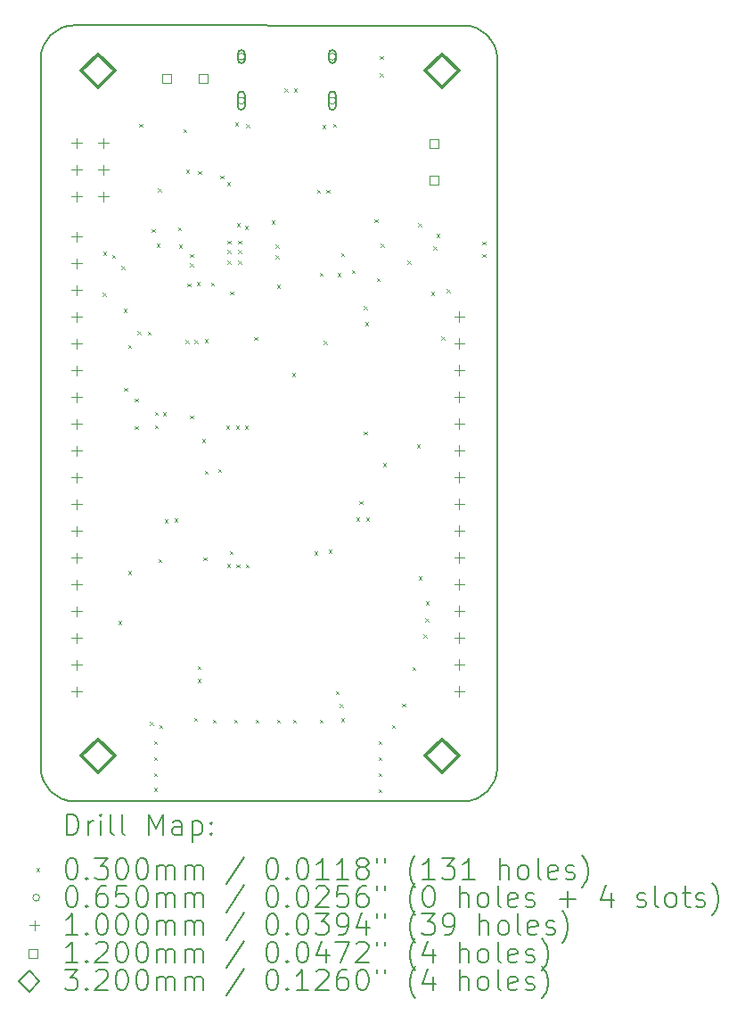
<source format=gbr>
%TF.GenerationSoftware,KiCad,Pcbnew,(6.0.7)*%
%TF.CreationDate,2022-10-20T15:16:30+05:30*%
%TF.ProjectId,lornode,6c6f726e-6f64-4652-9e6b-696361645f70,rev?*%
%TF.SameCoordinates,Original*%
%TF.FileFunction,Drillmap*%
%TF.FilePolarity,Positive*%
%FSLAX45Y45*%
G04 Gerber Fmt 4.5, Leading zero omitted, Abs format (unit mm)*
G04 Created by KiCad (PCBNEW (6.0.7)) date 2022-10-20 15:16:30*
%MOMM*%
%LPD*%
G01*
G04 APERTURE LIST*
%ADD10C,0.200000*%
%ADD11C,0.030000*%
%ADD12C,0.065000*%
%ADD13C,0.100000*%
%ADD14C,0.120000*%
%ADD15C,0.320000*%
G04 APERTURE END LIST*
D10*
X15430500Y-4572000D02*
G75*
G03*
X15113000Y-4889500I0J-317500D01*
G01*
X15430500Y-4572000D02*
X19132834Y-4572986D01*
X15113986Y-11619514D02*
X15113000Y-4889500D01*
X15113986Y-11619514D02*
G75*
G03*
X15431486Y-11937014I317504J4D01*
G01*
X19450334Y-4890486D02*
G75*
G03*
X19132834Y-4572986I-317504J-4D01*
G01*
X19132834Y-11937014D02*
X15431486Y-11937014D01*
X19132834Y-11937014D02*
G75*
G03*
X19450334Y-11619514I-4J317504D01*
G01*
X19450334Y-4890486D02*
X19450334Y-11619514D01*
D11*
X15702520Y-7112240D02*
X15732520Y-7142240D01*
X15732520Y-7112240D02*
X15702520Y-7142240D01*
X15705988Y-6722692D02*
X15735988Y-6752692D01*
X15735988Y-6722692D02*
X15705988Y-6752692D01*
X15788880Y-6751560D02*
X15818880Y-6781560D01*
X15818880Y-6751560D02*
X15788880Y-6781560D01*
X15849840Y-10226280D02*
X15879840Y-10256280D01*
X15879840Y-10226280D02*
X15849840Y-10256280D01*
X15880320Y-6858240D02*
X15910320Y-6888240D01*
X15910320Y-6858240D02*
X15880320Y-6888240D01*
X15900640Y-7264640D02*
X15930640Y-7294640D01*
X15930640Y-7264640D02*
X15900640Y-7294640D01*
X15905720Y-8011400D02*
X15935720Y-8041400D01*
X15935720Y-8011400D02*
X15905720Y-8041400D01*
X15941280Y-7605000D02*
X15971280Y-7635000D01*
X15971280Y-7605000D02*
X15941280Y-7635000D01*
X15941280Y-9753840D02*
X15971280Y-9783840D01*
X15971280Y-9753840D02*
X15941280Y-9783840D01*
X16007320Y-8113000D02*
X16037320Y-8143000D01*
X16037320Y-8113000D02*
X16007320Y-8143000D01*
X16007320Y-8377160D02*
X16037320Y-8407160D01*
X16037320Y-8377160D02*
X16007320Y-8407160D01*
X16032720Y-7472920D02*
X16062720Y-7502920D01*
X16062720Y-7472920D02*
X16032720Y-7502920D01*
X16047960Y-5506960D02*
X16077960Y-5536960D01*
X16077960Y-5506960D02*
X16047960Y-5536960D01*
X16129240Y-7478000D02*
X16159240Y-7508000D01*
X16159240Y-7478000D02*
X16129240Y-7508000D01*
X16149560Y-11181320D02*
X16179560Y-11211320D01*
X16179560Y-11181320D02*
X16149560Y-11211320D01*
X16168348Y-6504693D02*
X16198348Y-6534693D01*
X16198348Y-6504693D02*
X16168348Y-6534693D01*
X16189864Y-11811029D02*
X16219864Y-11841029D01*
X16219864Y-11811029D02*
X16189864Y-11841029D01*
X16190200Y-11364200D02*
X16220200Y-11394200D01*
X16220200Y-11364200D02*
X16190200Y-11394200D01*
X16190200Y-11516600D02*
X16220200Y-11546600D01*
X16220200Y-11516600D02*
X16190200Y-11546600D01*
X16190200Y-11669000D02*
X16220200Y-11699000D01*
X16220200Y-11669000D02*
X16190200Y-11699000D01*
X16195280Y-8240000D02*
X16225280Y-8270000D01*
X16225280Y-8240000D02*
X16195280Y-8270000D01*
X16195280Y-8367000D02*
X16225280Y-8397000D01*
X16225280Y-8367000D02*
X16195280Y-8397000D01*
X16215600Y-6644880D02*
X16245600Y-6674880D01*
X16245600Y-6644880D02*
X16215600Y-6674880D01*
X16228300Y-6119100D02*
X16258300Y-6149100D01*
X16258300Y-6119100D02*
X16228300Y-6149100D01*
X16230840Y-9637000D02*
X16260840Y-9667000D01*
X16260840Y-9637000D02*
X16230840Y-9667000D01*
X16241000Y-11211800D02*
X16271000Y-11241800D01*
X16271000Y-11211800D02*
X16241000Y-11241800D01*
X16275027Y-8245696D02*
X16305027Y-8275696D01*
X16305027Y-8245696D02*
X16275027Y-8275696D01*
X16291800Y-9261080D02*
X16321800Y-9291080D01*
X16321800Y-9261080D02*
X16291800Y-9291080D01*
X16383240Y-9250920D02*
X16413240Y-9280920D01*
X16413240Y-9250920D02*
X16383240Y-9280920D01*
X16418800Y-6487400D02*
X16448800Y-6517400D01*
X16448800Y-6487400D02*
X16418800Y-6517400D01*
X16424567Y-6651797D02*
X16454567Y-6681797D01*
X16454567Y-6651797D02*
X16424567Y-6681797D01*
X16469600Y-5557760D02*
X16499600Y-5587760D01*
X16499600Y-5557760D02*
X16469600Y-5587760D01*
X16489920Y-7559280D02*
X16519920Y-7589280D01*
X16519920Y-7559280D02*
X16489920Y-7589280D01*
X16495000Y-5941300D02*
X16525000Y-5971300D01*
X16525000Y-5941300D02*
X16495000Y-5971300D01*
X16507700Y-7020800D02*
X16537700Y-7050800D01*
X16537700Y-7020800D02*
X16507700Y-7050800D01*
X16530560Y-8275560D02*
X16560560Y-8305560D01*
X16560560Y-8275560D02*
X16530560Y-8305560D01*
X16533100Y-6741400D02*
X16563100Y-6771400D01*
X16563100Y-6741400D02*
X16533100Y-6771400D01*
X16533100Y-6830300D02*
X16563100Y-6860300D01*
X16563100Y-6830300D02*
X16533100Y-6860300D01*
X16571200Y-11145760D02*
X16601200Y-11175760D01*
X16601200Y-11145760D02*
X16571200Y-11175760D01*
X16575626Y-7558291D02*
X16605626Y-7588291D01*
X16605626Y-7558291D02*
X16575626Y-7588291D01*
X16596746Y-7008079D02*
X16626746Y-7038079D01*
X16626746Y-7008079D02*
X16596746Y-7038079D01*
X16601680Y-10653000D02*
X16631680Y-10683000D01*
X16631680Y-10653000D02*
X16601680Y-10683000D01*
X16601680Y-10774920D02*
X16631680Y-10804920D01*
X16631680Y-10774920D02*
X16601680Y-10804920D01*
X16609300Y-5954000D02*
X16639300Y-5984000D01*
X16639300Y-5954000D02*
X16609300Y-5984000D01*
X16647400Y-8499080D02*
X16677400Y-8529080D01*
X16677400Y-8499080D02*
X16647400Y-8529080D01*
X16658520Y-9622720D02*
X16688520Y-9652720D01*
X16688520Y-9622720D02*
X16658520Y-9652720D01*
X16672800Y-7549120D02*
X16702800Y-7579120D01*
X16702800Y-7549120D02*
X16672800Y-7579120D01*
X16672800Y-8798800D02*
X16702800Y-8828800D01*
X16702800Y-8798800D02*
X16672800Y-8828800D01*
X16728894Y-7013647D02*
X16758894Y-7043647D01*
X16758894Y-7013647D02*
X16728894Y-7043647D01*
X16749000Y-11161000D02*
X16779000Y-11191000D01*
X16779000Y-11161000D02*
X16749000Y-11191000D01*
X16799800Y-8783560D02*
X16829800Y-8813560D01*
X16829800Y-8783560D02*
X16799800Y-8813560D01*
X16818780Y-5998380D02*
X16848780Y-6028380D01*
X16848780Y-5998380D02*
X16818780Y-6028380D01*
X16876000Y-8372080D02*
X16906000Y-8402080D01*
X16906000Y-8372080D02*
X16876000Y-8402080D01*
X16881080Y-9682720D02*
X16911080Y-9712720D01*
X16911080Y-9682720D02*
X16881080Y-9712720D01*
X16882420Y-6062020D02*
X16912420Y-6092020D01*
X16912420Y-6062020D02*
X16882420Y-6092020D01*
X16888700Y-6614400D02*
X16918700Y-6644400D01*
X16918700Y-6614400D02*
X16888700Y-6644400D01*
X16888700Y-6703300D02*
X16918700Y-6733300D01*
X16918700Y-6703300D02*
X16888700Y-6733300D01*
X16888700Y-6804900D02*
X16918700Y-6834900D01*
X16918700Y-6804900D02*
X16888700Y-6834900D01*
X16906480Y-9560800D02*
X16936480Y-9590800D01*
X16936480Y-9560800D02*
X16906480Y-9590800D01*
X16914100Y-7097000D02*
X16944100Y-7127000D01*
X16944100Y-7097000D02*
X16914100Y-7127000D01*
X16952200Y-11161000D02*
X16982200Y-11191000D01*
X16982200Y-11161000D02*
X16952200Y-11191000D01*
X16957280Y-5491720D02*
X16987280Y-5521720D01*
X16987280Y-5491720D02*
X16957280Y-5521720D01*
X16967440Y-8372080D02*
X16997440Y-8402080D01*
X16997440Y-8372080D02*
X16967440Y-8402080D01*
X16972520Y-9687800D02*
X17002520Y-9717800D01*
X17002520Y-9687800D02*
X16972520Y-9717800D01*
X16977600Y-6449300D02*
X17007600Y-6479300D01*
X17007600Y-6449300D02*
X16977600Y-6479300D01*
X16990300Y-6614400D02*
X17020300Y-6644400D01*
X17020300Y-6614400D02*
X16990300Y-6644400D01*
X16990300Y-6703300D02*
X17020300Y-6733300D01*
X17020300Y-6703300D02*
X16990300Y-6733300D01*
X16990300Y-6804900D02*
X17020300Y-6834900D01*
X17020300Y-6804900D02*
X16990300Y-6834900D01*
X17053800Y-6474700D02*
X17083800Y-6504700D01*
X17083800Y-6474700D02*
X17053800Y-6504700D01*
X17053800Y-8372080D02*
X17083800Y-8402080D01*
X17083800Y-8372080D02*
X17053800Y-8402080D01*
X17058880Y-9687800D02*
X17088880Y-9717800D01*
X17088880Y-9687800D02*
X17058880Y-9717800D01*
X17063960Y-5512040D02*
X17093960Y-5542040D01*
X17093960Y-5512040D02*
X17063960Y-5542040D01*
X17140160Y-7528800D02*
X17170160Y-7558800D01*
X17170160Y-7528800D02*
X17140160Y-7558800D01*
X17155400Y-11161000D02*
X17185400Y-11191000D01*
X17185400Y-11161000D02*
X17155400Y-11191000D01*
X17307800Y-6423900D02*
X17337800Y-6453900D01*
X17337800Y-6423900D02*
X17307800Y-6453900D01*
X17345900Y-6652500D02*
X17375900Y-6682500D01*
X17375900Y-6652500D02*
X17345900Y-6682500D01*
X17345900Y-6754100D02*
X17375900Y-6784100D01*
X17375900Y-6754100D02*
X17345900Y-6784100D01*
X17358600Y-7033500D02*
X17388600Y-7063500D01*
X17388600Y-7033500D02*
X17358600Y-7063500D01*
X17358600Y-11161000D02*
X17388600Y-11191000D01*
X17388600Y-11161000D02*
X17358600Y-11191000D01*
X17429697Y-5170327D02*
X17459697Y-5200327D01*
X17459697Y-5170327D02*
X17429697Y-5200327D01*
X17500840Y-7874240D02*
X17530840Y-7904240D01*
X17530840Y-7874240D02*
X17500840Y-7904240D01*
X17511000Y-11161000D02*
X17541000Y-11191000D01*
X17541000Y-11161000D02*
X17511000Y-11191000D01*
X17519697Y-5170327D02*
X17549697Y-5200327D01*
X17549697Y-5170327D02*
X17519697Y-5200327D01*
X17714200Y-9565880D02*
X17744200Y-9595880D01*
X17744200Y-9565880D02*
X17714200Y-9595880D01*
X17739600Y-6131800D02*
X17769600Y-6161800D01*
X17769600Y-6131800D02*
X17739600Y-6161800D01*
X17765000Y-6919200D02*
X17795000Y-6949200D01*
X17795000Y-6919200D02*
X17765000Y-6949200D01*
X17765000Y-11161000D02*
X17795000Y-11191000D01*
X17795000Y-11161000D02*
X17765000Y-11191000D01*
X17790400Y-5517120D02*
X17820400Y-5547120D01*
X17820400Y-5517120D02*
X17790400Y-5547120D01*
X17800560Y-7569440D02*
X17830560Y-7599440D01*
X17830560Y-7569440D02*
X17800560Y-7599440D01*
X17828500Y-6131800D02*
X17858500Y-6161800D01*
X17858500Y-6131800D02*
X17828500Y-6161800D01*
X17846280Y-9550640D02*
X17876280Y-9580640D01*
X17876280Y-9550640D02*
X17846280Y-9580640D01*
X17892000Y-5506960D02*
X17922000Y-5536960D01*
X17922000Y-5506960D02*
X17892000Y-5536960D01*
X17917400Y-10891760D02*
X17947400Y-10921760D01*
X17947400Y-10891760D02*
X17917400Y-10921760D01*
X17932640Y-6924280D02*
X17962640Y-6954280D01*
X17962640Y-6924280D02*
X17932640Y-6954280D01*
X17952960Y-11013680D02*
X17982960Y-11043680D01*
X17982960Y-11013680D02*
X17952960Y-11043680D01*
X17968200Y-6735300D02*
X17998200Y-6765300D01*
X17998200Y-6735300D02*
X17968200Y-6765300D01*
X17968200Y-11150840D02*
X17998200Y-11180840D01*
X17998200Y-11150840D02*
X17968200Y-11180840D01*
X18069800Y-6893800D02*
X18099800Y-6923800D01*
X18099800Y-6893800D02*
X18069800Y-6923800D01*
X18110440Y-9245840D02*
X18140440Y-9275840D01*
X18140440Y-9245840D02*
X18110440Y-9275840D01*
X18140920Y-9088360D02*
X18170920Y-9118360D01*
X18170920Y-9088360D02*
X18140920Y-9118360D01*
X18181560Y-8427960D02*
X18211560Y-8457960D01*
X18211560Y-8427960D02*
X18181560Y-8457960D01*
X18184100Y-7236700D02*
X18214100Y-7266700D01*
X18214100Y-7236700D02*
X18184100Y-7266700D01*
X18196800Y-7389100D02*
X18226800Y-7419100D01*
X18226800Y-7389100D02*
X18196800Y-7419100D01*
X18201880Y-9245840D02*
X18231880Y-9275840D01*
X18231880Y-9245840D02*
X18201880Y-9275840D01*
X18285700Y-6411200D02*
X18315700Y-6441200D01*
X18315700Y-6411200D02*
X18285700Y-6441200D01*
X18304227Y-6969306D02*
X18334227Y-6999306D01*
X18334227Y-6969306D02*
X18304227Y-6999306D01*
X18323800Y-11364200D02*
X18353800Y-11394200D01*
X18353800Y-11364200D02*
X18323800Y-11394200D01*
X18323800Y-11516600D02*
X18353800Y-11546600D01*
X18353800Y-11516600D02*
X18323800Y-11546600D01*
X18323800Y-11669000D02*
X18353800Y-11699000D01*
X18353800Y-11669000D02*
X18323800Y-11699000D01*
X18323800Y-11821400D02*
X18353800Y-11851400D01*
X18353800Y-11821400D02*
X18323800Y-11851400D01*
X18336500Y-4861800D02*
X18366500Y-4891800D01*
X18366500Y-4861800D02*
X18336500Y-4891800D01*
X18336500Y-5026900D02*
X18366500Y-5056900D01*
X18366500Y-5026900D02*
X18336500Y-5056900D01*
X18344120Y-6644880D02*
X18374120Y-6674880D01*
X18374120Y-6644880D02*
X18344120Y-6674880D01*
X18364440Y-8727680D02*
X18394440Y-8757680D01*
X18394440Y-8727680D02*
X18364440Y-8757680D01*
X18450800Y-11211800D02*
X18480800Y-11241800D01*
X18480800Y-11211800D02*
X18450800Y-11241800D01*
X18547320Y-11008600D02*
X18577320Y-11038600D01*
X18577320Y-11008600D02*
X18547320Y-11038600D01*
X18598120Y-6807440D02*
X18628120Y-6837440D01*
X18628120Y-6807440D02*
X18598120Y-6837440D01*
X18643840Y-10663160D02*
X18673840Y-10693160D01*
X18673840Y-10663160D02*
X18643840Y-10693160D01*
X18684480Y-8549880D02*
X18714480Y-8579880D01*
X18714480Y-8549880D02*
X18684480Y-8579880D01*
X18699720Y-6451840D02*
X18729720Y-6481840D01*
X18729720Y-6451840D02*
X18699720Y-6481840D01*
X18704800Y-9803630D02*
X18734800Y-9833630D01*
X18734800Y-9803630D02*
X18704800Y-9833630D01*
X18750520Y-10353280D02*
X18780520Y-10383280D01*
X18780520Y-10353280D02*
X18750520Y-10383280D01*
X18766930Y-10200880D02*
X18796930Y-10230880D01*
X18796930Y-10200880D02*
X18766930Y-10230880D01*
X18770840Y-10038320D02*
X18800840Y-10068320D01*
X18800840Y-10038320D02*
X18770840Y-10068320D01*
X18822838Y-7100852D02*
X18852838Y-7130852D01*
X18852838Y-7100852D02*
X18822838Y-7130852D01*
X18841960Y-6670280D02*
X18871960Y-6700280D01*
X18871960Y-6670280D02*
X18841960Y-6700280D01*
X18872440Y-6553440D02*
X18902440Y-6583440D01*
X18902440Y-6553440D02*
X18872440Y-6583440D01*
X18918160Y-7523720D02*
X18948160Y-7553720D01*
X18948160Y-7523720D02*
X18918160Y-7553720D01*
X18971500Y-7076680D02*
X19001500Y-7106680D01*
X19001500Y-7076680D02*
X18971500Y-7106680D01*
X19309320Y-6624560D02*
X19339320Y-6654560D01*
X19339320Y-6624560D02*
X19309320Y-6654560D01*
X19309320Y-6743940D02*
X19339320Y-6773940D01*
X19339320Y-6743940D02*
X19309320Y-6773940D01*
D12*
X17051500Y-4868350D02*
G75*
G03*
X17051500Y-4868350I-32500J0D01*
G01*
D10*
X17051500Y-4898350D02*
X17051500Y-4838350D01*
X16986500Y-4898350D02*
X16986500Y-4838350D01*
X17051500Y-4838350D02*
G75*
G03*
X16986500Y-4838350I-32500J0D01*
G01*
X16986500Y-4898350D02*
G75*
G03*
X17051500Y-4898350I32500J0D01*
G01*
D12*
X17051500Y-5286350D02*
G75*
G03*
X17051500Y-5286350I-32500J0D01*
G01*
D10*
X17051500Y-5341350D02*
X17051500Y-5231350D01*
X16986500Y-5341350D02*
X16986500Y-5231350D01*
X17051500Y-5231350D02*
G75*
G03*
X16986500Y-5231350I-32500J0D01*
G01*
X16986500Y-5341350D02*
G75*
G03*
X17051500Y-5341350I32500J0D01*
G01*
D12*
X17915500Y-4868350D02*
G75*
G03*
X17915500Y-4868350I-32500J0D01*
G01*
D10*
X17915500Y-4898350D02*
X17915500Y-4838350D01*
X17850500Y-4898350D02*
X17850500Y-4838350D01*
X17915500Y-4838350D02*
G75*
G03*
X17850500Y-4838350I-32500J0D01*
G01*
X17850500Y-4898350D02*
G75*
G03*
X17915500Y-4898350I32500J0D01*
G01*
D12*
X17915500Y-5286350D02*
G75*
G03*
X17915500Y-5286350I-32500J0D01*
G01*
D10*
X17915500Y-5341350D02*
X17915500Y-5231350D01*
X17850500Y-5341350D02*
X17850500Y-5231350D01*
X17915500Y-5231350D02*
G75*
G03*
X17850500Y-5231350I-32500J0D01*
G01*
X17850500Y-5341350D02*
G75*
G03*
X17915500Y-5341350I32500J0D01*
G01*
D13*
X15455900Y-5639600D02*
X15455900Y-5739600D01*
X15405900Y-5689600D02*
X15505900Y-5689600D01*
X15455900Y-5893600D02*
X15455900Y-5993600D01*
X15405900Y-5943600D02*
X15505900Y-5943600D01*
X15455900Y-6147600D02*
X15455900Y-6247600D01*
X15405900Y-6197600D02*
X15505900Y-6197600D01*
X15455900Y-6528600D02*
X15455900Y-6628600D01*
X15405900Y-6578600D02*
X15505900Y-6578600D01*
X15455900Y-6782600D02*
X15455900Y-6882600D01*
X15405900Y-6832600D02*
X15505900Y-6832600D01*
X15455900Y-7036600D02*
X15455900Y-7136600D01*
X15405900Y-7086600D02*
X15505900Y-7086600D01*
X15455900Y-7290600D02*
X15455900Y-7390600D01*
X15405900Y-7340600D02*
X15505900Y-7340600D01*
X15455900Y-7544600D02*
X15455900Y-7644600D01*
X15405900Y-7594600D02*
X15505900Y-7594600D01*
X15455900Y-7798600D02*
X15455900Y-7898600D01*
X15405900Y-7848600D02*
X15505900Y-7848600D01*
X15455900Y-8052600D02*
X15455900Y-8152600D01*
X15405900Y-8102600D02*
X15505900Y-8102600D01*
X15455900Y-8306600D02*
X15455900Y-8406600D01*
X15405900Y-8356600D02*
X15505900Y-8356600D01*
X15455900Y-8560600D02*
X15455900Y-8660600D01*
X15405900Y-8610600D02*
X15505900Y-8610600D01*
X15455900Y-8814600D02*
X15455900Y-8914600D01*
X15405900Y-8864600D02*
X15505900Y-8864600D01*
X15455900Y-9068600D02*
X15455900Y-9168600D01*
X15405900Y-9118600D02*
X15505900Y-9118600D01*
X15455900Y-9322600D02*
X15455900Y-9422600D01*
X15405900Y-9372600D02*
X15505900Y-9372600D01*
X15455900Y-9576600D02*
X15455900Y-9676600D01*
X15405900Y-9626600D02*
X15505900Y-9626600D01*
X15455900Y-9830600D02*
X15455900Y-9930600D01*
X15405900Y-9880600D02*
X15505900Y-9880600D01*
X15455900Y-10084600D02*
X15455900Y-10184600D01*
X15405900Y-10134600D02*
X15505900Y-10134600D01*
X15455900Y-10338600D02*
X15455900Y-10438600D01*
X15405900Y-10388600D02*
X15505900Y-10388600D01*
X15455900Y-10592600D02*
X15455900Y-10692600D01*
X15405900Y-10642600D02*
X15505900Y-10642600D01*
X15455900Y-10846600D02*
X15455900Y-10946600D01*
X15405900Y-10896600D02*
X15505900Y-10896600D01*
X15709900Y-5639600D02*
X15709900Y-5739600D01*
X15659900Y-5689600D02*
X15759900Y-5689600D01*
X15709900Y-5893600D02*
X15709900Y-5993600D01*
X15659900Y-5943600D02*
X15759900Y-5943600D01*
X15709900Y-6147600D02*
X15709900Y-6247600D01*
X15659900Y-6197600D02*
X15759900Y-6197600D01*
X19090640Y-7288600D02*
X19090640Y-7388600D01*
X19040640Y-7338600D02*
X19140640Y-7338600D01*
X19090640Y-7542600D02*
X19090640Y-7642600D01*
X19040640Y-7592600D02*
X19140640Y-7592600D01*
X19090640Y-7796600D02*
X19090640Y-7896600D01*
X19040640Y-7846600D02*
X19140640Y-7846600D01*
X19090640Y-8050600D02*
X19090640Y-8150600D01*
X19040640Y-8100600D02*
X19140640Y-8100600D01*
X19090640Y-8304600D02*
X19090640Y-8404600D01*
X19040640Y-8354600D02*
X19140640Y-8354600D01*
X19090640Y-8558600D02*
X19090640Y-8658600D01*
X19040640Y-8608600D02*
X19140640Y-8608600D01*
X19090640Y-8812600D02*
X19090640Y-8912600D01*
X19040640Y-8862600D02*
X19140640Y-8862600D01*
X19090640Y-9066600D02*
X19090640Y-9166600D01*
X19040640Y-9116600D02*
X19140640Y-9116600D01*
X19090640Y-9320600D02*
X19090640Y-9420600D01*
X19040640Y-9370600D02*
X19140640Y-9370600D01*
X19090640Y-9574600D02*
X19090640Y-9674600D01*
X19040640Y-9624600D02*
X19140640Y-9624600D01*
X19090640Y-9828600D02*
X19090640Y-9928600D01*
X19040640Y-9878600D02*
X19140640Y-9878600D01*
X19090640Y-10082600D02*
X19090640Y-10182600D01*
X19040640Y-10132600D02*
X19140640Y-10132600D01*
X19090640Y-10336600D02*
X19090640Y-10436600D01*
X19040640Y-10386600D02*
X19140640Y-10386600D01*
X19090640Y-10590600D02*
X19090640Y-10690600D01*
X19040640Y-10640600D02*
X19140640Y-10640600D01*
X19090640Y-10844600D02*
X19090640Y-10944600D01*
X19040640Y-10894600D02*
X19140640Y-10894600D01*
D14*
X16352027Y-5122427D02*
X16352027Y-5037573D01*
X16267173Y-5037573D01*
X16267173Y-5122427D01*
X16352027Y-5122427D01*
X16702027Y-5122427D02*
X16702027Y-5037573D01*
X16617173Y-5037573D01*
X16617173Y-5122427D01*
X16702027Y-5122427D01*
X18895427Y-5734827D02*
X18895427Y-5649973D01*
X18810573Y-5649973D01*
X18810573Y-5734827D01*
X18895427Y-5734827D01*
X18895427Y-6084827D02*
X18895427Y-5999973D01*
X18810573Y-5999973D01*
X18810573Y-6084827D01*
X18895427Y-6084827D01*
D15*
X15656400Y-5163800D02*
X15816400Y-5003800D01*
X15656400Y-4843800D01*
X15496400Y-5003800D01*
X15656400Y-5163800D01*
X15656400Y-11666200D02*
X15816400Y-11506200D01*
X15656400Y-11346200D01*
X15496400Y-11506200D01*
X15656400Y-11666200D01*
X18923000Y-5163800D02*
X19083000Y-5003800D01*
X18923000Y-4843800D01*
X18763000Y-5003800D01*
X18923000Y-5163800D01*
X18923000Y-11666200D02*
X19083000Y-11506200D01*
X18923000Y-11346200D01*
X18763000Y-11506200D01*
X18923000Y-11666200D01*
D10*
X15360619Y-12257490D02*
X15360619Y-12057490D01*
X15408238Y-12057490D01*
X15436809Y-12067014D01*
X15455857Y-12086061D01*
X15465381Y-12105109D01*
X15474905Y-12143204D01*
X15474905Y-12171775D01*
X15465381Y-12209871D01*
X15455857Y-12228918D01*
X15436809Y-12247966D01*
X15408238Y-12257490D01*
X15360619Y-12257490D01*
X15560619Y-12257490D02*
X15560619Y-12124156D01*
X15560619Y-12162252D02*
X15570143Y-12143204D01*
X15579667Y-12133680D01*
X15598714Y-12124156D01*
X15617762Y-12124156D01*
X15684428Y-12257490D02*
X15684428Y-12124156D01*
X15684428Y-12057490D02*
X15674905Y-12067014D01*
X15684428Y-12076537D01*
X15693952Y-12067014D01*
X15684428Y-12057490D01*
X15684428Y-12076537D01*
X15808238Y-12257490D02*
X15789190Y-12247966D01*
X15779667Y-12228918D01*
X15779667Y-12057490D01*
X15913000Y-12257490D02*
X15893952Y-12247966D01*
X15884428Y-12228918D01*
X15884428Y-12057490D01*
X16141571Y-12257490D02*
X16141571Y-12057490D01*
X16208238Y-12200347D01*
X16274905Y-12057490D01*
X16274905Y-12257490D01*
X16455857Y-12257490D02*
X16455857Y-12152728D01*
X16446333Y-12133680D01*
X16427286Y-12124156D01*
X16389190Y-12124156D01*
X16370143Y-12133680D01*
X16455857Y-12247966D02*
X16436809Y-12257490D01*
X16389190Y-12257490D01*
X16370143Y-12247966D01*
X16360619Y-12228918D01*
X16360619Y-12209871D01*
X16370143Y-12190823D01*
X16389190Y-12181299D01*
X16436809Y-12181299D01*
X16455857Y-12171775D01*
X16551095Y-12124156D02*
X16551095Y-12324156D01*
X16551095Y-12133680D02*
X16570143Y-12124156D01*
X16608238Y-12124156D01*
X16627286Y-12133680D01*
X16636809Y-12143204D01*
X16646333Y-12162252D01*
X16646333Y-12219394D01*
X16636809Y-12238442D01*
X16627286Y-12247966D01*
X16608238Y-12257490D01*
X16570143Y-12257490D01*
X16551095Y-12247966D01*
X16732048Y-12238442D02*
X16741571Y-12247966D01*
X16732048Y-12257490D01*
X16722524Y-12247966D01*
X16732048Y-12238442D01*
X16732048Y-12257490D01*
X16732048Y-12133680D02*
X16741571Y-12143204D01*
X16732048Y-12152728D01*
X16722524Y-12143204D01*
X16732048Y-12133680D01*
X16732048Y-12152728D01*
D11*
X15073000Y-12572014D02*
X15103000Y-12602014D01*
X15103000Y-12572014D02*
X15073000Y-12602014D01*
D10*
X15398714Y-12477490D02*
X15417762Y-12477490D01*
X15436809Y-12487014D01*
X15446333Y-12496537D01*
X15455857Y-12515585D01*
X15465381Y-12553680D01*
X15465381Y-12601299D01*
X15455857Y-12639394D01*
X15446333Y-12658442D01*
X15436809Y-12667966D01*
X15417762Y-12677490D01*
X15398714Y-12677490D01*
X15379667Y-12667966D01*
X15370143Y-12658442D01*
X15360619Y-12639394D01*
X15351095Y-12601299D01*
X15351095Y-12553680D01*
X15360619Y-12515585D01*
X15370143Y-12496537D01*
X15379667Y-12487014D01*
X15398714Y-12477490D01*
X15551095Y-12658442D02*
X15560619Y-12667966D01*
X15551095Y-12677490D01*
X15541571Y-12667966D01*
X15551095Y-12658442D01*
X15551095Y-12677490D01*
X15627286Y-12477490D02*
X15751095Y-12477490D01*
X15684428Y-12553680D01*
X15713000Y-12553680D01*
X15732048Y-12563204D01*
X15741571Y-12572728D01*
X15751095Y-12591775D01*
X15751095Y-12639394D01*
X15741571Y-12658442D01*
X15732048Y-12667966D01*
X15713000Y-12677490D01*
X15655857Y-12677490D01*
X15636809Y-12667966D01*
X15627286Y-12658442D01*
X15874905Y-12477490D02*
X15893952Y-12477490D01*
X15913000Y-12487014D01*
X15922524Y-12496537D01*
X15932048Y-12515585D01*
X15941571Y-12553680D01*
X15941571Y-12601299D01*
X15932048Y-12639394D01*
X15922524Y-12658442D01*
X15913000Y-12667966D01*
X15893952Y-12677490D01*
X15874905Y-12677490D01*
X15855857Y-12667966D01*
X15846333Y-12658442D01*
X15836809Y-12639394D01*
X15827286Y-12601299D01*
X15827286Y-12553680D01*
X15836809Y-12515585D01*
X15846333Y-12496537D01*
X15855857Y-12487014D01*
X15874905Y-12477490D01*
X16065381Y-12477490D02*
X16084428Y-12477490D01*
X16103476Y-12487014D01*
X16113000Y-12496537D01*
X16122524Y-12515585D01*
X16132048Y-12553680D01*
X16132048Y-12601299D01*
X16122524Y-12639394D01*
X16113000Y-12658442D01*
X16103476Y-12667966D01*
X16084428Y-12677490D01*
X16065381Y-12677490D01*
X16046333Y-12667966D01*
X16036809Y-12658442D01*
X16027286Y-12639394D01*
X16017762Y-12601299D01*
X16017762Y-12553680D01*
X16027286Y-12515585D01*
X16036809Y-12496537D01*
X16046333Y-12487014D01*
X16065381Y-12477490D01*
X16217762Y-12677490D02*
X16217762Y-12544156D01*
X16217762Y-12563204D02*
X16227286Y-12553680D01*
X16246333Y-12544156D01*
X16274905Y-12544156D01*
X16293952Y-12553680D01*
X16303476Y-12572728D01*
X16303476Y-12677490D01*
X16303476Y-12572728D02*
X16313000Y-12553680D01*
X16332048Y-12544156D01*
X16360619Y-12544156D01*
X16379667Y-12553680D01*
X16389190Y-12572728D01*
X16389190Y-12677490D01*
X16484428Y-12677490D02*
X16484428Y-12544156D01*
X16484428Y-12563204D02*
X16493952Y-12553680D01*
X16513000Y-12544156D01*
X16541571Y-12544156D01*
X16560619Y-12553680D01*
X16570143Y-12572728D01*
X16570143Y-12677490D01*
X16570143Y-12572728D02*
X16579667Y-12553680D01*
X16598714Y-12544156D01*
X16627286Y-12544156D01*
X16646333Y-12553680D01*
X16655857Y-12572728D01*
X16655857Y-12677490D01*
X17046333Y-12467966D02*
X16874905Y-12725109D01*
X17303476Y-12477490D02*
X17322524Y-12477490D01*
X17341571Y-12487014D01*
X17351095Y-12496537D01*
X17360619Y-12515585D01*
X17370143Y-12553680D01*
X17370143Y-12601299D01*
X17360619Y-12639394D01*
X17351095Y-12658442D01*
X17341571Y-12667966D01*
X17322524Y-12677490D01*
X17303476Y-12677490D01*
X17284429Y-12667966D01*
X17274905Y-12658442D01*
X17265381Y-12639394D01*
X17255857Y-12601299D01*
X17255857Y-12553680D01*
X17265381Y-12515585D01*
X17274905Y-12496537D01*
X17284429Y-12487014D01*
X17303476Y-12477490D01*
X17455857Y-12658442D02*
X17465381Y-12667966D01*
X17455857Y-12677490D01*
X17446333Y-12667966D01*
X17455857Y-12658442D01*
X17455857Y-12677490D01*
X17589190Y-12477490D02*
X17608238Y-12477490D01*
X17627286Y-12487014D01*
X17636810Y-12496537D01*
X17646333Y-12515585D01*
X17655857Y-12553680D01*
X17655857Y-12601299D01*
X17646333Y-12639394D01*
X17636810Y-12658442D01*
X17627286Y-12667966D01*
X17608238Y-12677490D01*
X17589190Y-12677490D01*
X17570143Y-12667966D01*
X17560619Y-12658442D01*
X17551095Y-12639394D01*
X17541571Y-12601299D01*
X17541571Y-12553680D01*
X17551095Y-12515585D01*
X17560619Y-12496537D01*
X17570143Y-12487014D01*
X17589190Y-12477490D01*
X17846333Y-12677490D02*
X17732048Y-12677490D01*
X17789190Y-12677490D02*
X17789190Y-12477490D01*
X17770143Y-12506061D01*
X17751095Y-12525109D01*
X17732048Y-12534633D01*
X18036810Y-12677490D02*
X17922524Y-12677490D01*
X17979667Y-12677490D02*
X17979667Y-12477490D01*
X17960619Y-12506061D01*
X17941571Y-12525109D01*
X17922524Y-12534633D01*
X18151095Y-12563204D02*
X18132048Y-12553680D01*
X18122524Y-12544156D01*
X18113000Y-12525109D01*
X18113000Y-12515585D01*
X18122524Y-12496537D01*
X18132048Y-12487014D01*
X18151095Y-12477490D01*
X18189190Y-12477490D01*
X18208238Y-12487014D01*
X18217762Y-12496537D01*
X18227286Y-12515585D01*
X18227286Y-12525109D01*
X18217762Y-12544156D01*
X18208238Y-12553680D01*
X18189190Y-12563204D01*
X18151095Y-12563204D01*
X18132048Y-12572728D01*
X18122524Y-12582252D01*
X18113000Y-12601299D01*
X18113000Y-12639394D01*
X18122524Y-12658442D01*
X18132048Y-12667966D01*
X18151095Y-12677490D01*
X18189190Y-12677490D01*
X18208238Y-12667966D01*
X18217762Y-12658442D01*
X18227286Y-12639394D01*
X18227286Y-12601299D01*
X18217762Y-12582252D01*
X18208238Y-12572728D01*
X18189190Y-12563204D01*
X18303476Y-12477490D02*
X18303476Y-12515585D01*
X18379667Y-12477490D02*
X18379667Y-12515585D01*
X18674905Y-12753680D02*
X18665381Y-12744156D01*
X18646333Y-12715585D01*
X18636810Y-12696537D01*
X18627286Y-12667966D01*
X18617762Y-12620347D01*
X18617762Y-12582252D01*
X18627286Y-12534633D01*
X18636810Y-12506061D01*
X18646333Y-12487014D01*
X18665381Y-12458442D01*
X18674905Y-12448918D01*
X18855857Y-12677490D02*
X18741571Y-12677490D01*
X18798714Y-12677490D02*
X18798714Y-12477490D01*
X18779667Y-12506061D01*
X18760619Y-12525109D01*
X18741571Y-12534633D01*
X18922524Y-12477490D02*
X19046333Y-12477490D01*
X18979667Y-12553680D01*
X19008238Y-12553680D01*
X19027286Y-12563204D01*
X19036810Y-12572728D01*
X19046333Y-12591775D01*
X19046333Y-12639394D01*
X19036810Y-12658442D01*
X19027286Y-12667966D01*
X19008238Y-12677490D01*
X18951095Y-12677490D01*
X18932048Y-12667966D01*
X18922524Y-12658442D01*
X19236810Y-12677490D02*
X19122524Y-12677490D01*
X19179667Y-12677490D02*
X19179667Y-12477490D01*
X19160619Y-12506061D01*
X19141571Y-12525109D01*
X19122524Y-12534633D01*
X19474905Y-12677490D02*
X19474905Y-12477490D01*
X19560619Y-12677490D02*
X19560619Y-12572728D01*
X19551095Y-12553680D01*
X19532048Y-12544156D01*
X19503476Y-12544156D01*
X19484429Y-12553680D01*
X19474905Y-12563204D01*
X19684429Y-12677490D02*
X19665381Y-12667966D01*
X19655857Y-12658442D01*
X19646333Y-12639394D01*
X19646333Y-12582252D01*
X19655857Y-12563204D01*
X19665381Y-12553680D01*
X19684429Y-12544156D01*
X19713000Y-12544156D01*
X19732048Y-12553680D01*
X19741571Y-12563204D01*
X19751095Y-12582252D01*
X19751095Y-12639394D01*
X19741571Y-12658442D01*
X19732048Y-12667966D01*
X19713000Y-12677490D01*
X19684429Y-12677490D01*
X19865381Y-12677490D02*
X19846333Y-12667966D01*
X19836810Y-12648918D01*
X19836810Y-12477490D01*
X20017762Y-12667966D02*
X19998714Y-12677490D01*
X19960619Y-12677490D01*
X19941571Y-12667966D01*
X19932048Y-12648918D01*
X19932048Y-12572728D01*
X19941571Y-12553680D01*
X19960619Y-12544156D01*
X19998714Y-12544156D01*
X20017762Y-12553680D01*
X20027286Y-12572728D01*
X20027286Y-12591775D01*
X19932048Y-12610823D01*
X20103476Y-12667966D02*
X20122524Y-12677490D01*
X20160619Y-12677490D01*
X20179667Y-12667966D01*
X20189190Y-12648918D01*
X20189190Y-12639394D01*
X20179667Y-12620347D01*
X20160619Y-12610823D01*
X20132048Y-12610823D01*
X20113000Y-12601299D01*
X20103476Y-12582252D01*
X20103476Y-12572728D01*
X20113000Y-12553680D01*
X20132048Y-12544156D01*
X20160619Y-12544156D01*
X20179667Y-12553680D01*
X20255857Y-12753680D02*
X20265381Y-12744156D01*
X20284429Y-12715585D01*
X20293952Y-12696537D01*
X20303476Y-12667966D01*
X20313000Y-12620347D01*
X20313000Y-12582252D01*
X20303476Y-12534633D01*
X20293952Y-12506061D01*
X20284429Y-12487014D01*
X20265381Y-12458442D01*
X20255857Y-12448918D01*
D12*
X15103000Y-12851014D02*
G75*
G03*
X15103000Y-12851014I-32500J0D01*
G01*
D10*
X15398714Y-12741490D02*
X15417762Y-12741490D01*
X15436809Y-12751014D01*
X15446333Y-12760537D01*
X15455857Y-12779585D01*
X15465381Y-12817680D01*
X15465381Y-12865299D01*
X15455857Y-12903394D01*
X15446333Y-12922442D01*
X15436809Y-12931966D01*
X15417762Y-12941490D01*
X15398714Y-12941490D01*
X15379667Y-12931966D01*
X15370143Y-12922442D01*
X15360619Y-12903394D01*
X15351095Y-12865299D01*
X15351095Y-12817680D01*
X15360619Y-12779585D01*
X15370143Y-12760537D01*
X15379667Y-12751014D01*
X15398714Y-12741490D01*
X15551095Y-12922442D02*
X15560619Y-12931966D01*
X15551095Y-12941490D01*
X15541571Y-12931966D01*
X15551095Y-12922442D01*
X15551095Y-12941490D01*
X15732048Y-12741490D02*
X15693952Y-12741490D01*
X15674905Y-12751014D01*
X15665381Y-12760537D01*
X15646333Y-12789109D01*
X15636809Y-12827204D01*
X15636809Y-12903394D01*
X15646333Y-12922442D01*
X15655857Y-12931966D01*
X15674905Y-12941490D01*
X15713000Y-12941490D01*
X15732048Y-12931966D01*
X15741571Y-12922442D01*
X15751095Y-12903394D01*
X15751095Y-12855775D01*
X15741571Y-12836728D01*
X15732048Y-12827204D01*
X15713000Y-12817680D01*
X15674905Y-12817680D01*
X15655857Y-12827204D01*
X15646333Y-12836728D01*
X15636809Y-12855775D01*
X15932048Y-12741490D02*
X15836809Y-12741490D01*
X15827286Y-12836728D01*
X15836809Y-12827204D01*
X15855857Y-12817680D01*
X15903476Y-12817680D01*
X15922524Y-12827204D01*
X15932048Y-12836728D01*
X15941571Y-12855775D01*
X15941571Y-12903394D01*
X15932048Y-12922442D01*
X15922524Y-12931966D01*
X15903476Y-12941490D01*
X15855857Y-12941490D01*
X15836809Y-12931966D01*
X15827286Y-12922442D01*
X16065381Y-12741490D02*
X16084428Y-12741490D01*
X16103476Y-12751014D01*
X16113000Y-12760537D01*
X16122524Y-12779585D01*
X16132048Y-12817680D01*
X16132048Y-12865299D01*
X16122524Y-12903394D01*
X16113000Y-12922442D01*
X16103476Y-12931966D01*
X16084428Y-12941490D01*
X16065381Y-12941490D01*
X16046333Y-12931966D01*
X16036809Y-12922442D01*
X16027286Y-12903394D01*
X16017762Y-12865299D01*
X16017762Y-12817680D01*
X16027286Y-12779585D01*
X16036809Y-12760537D01*
X16046333Y-12751014D01*
X16065381Y-12741490D01*
X16217762Y-12941490D02*
X16217762Y-12808156D01*
X16217762Y-12827204D02*
X16227286Y-12817680D01*
X16246333Y-12808156D01*
X16274905Y-12808156D01*
X16293952Y-12817680D01*
X16303476Y-12836728D01*
X16303476Y-12941490D01*
X16303476Y-12836728D02*
X16313000Y-12817680D01*
X16332048Y-12808156D01*
X16360619Y-12808156D01*
X16379667Y-12817680D01*
X16389190Y-12836728D01*
X16389190Y-12941490D01*
X16484428Y-12941490D02*
X16484428Y-12808156D01*
X16484428Y-12827204D02*
X16493952Y-12817680D01*
X16513000Y-12808156D01*
X16541571Y-12808156D01*
X16560619Y-12817680D01*
X16570143Y-12836728D01*
X16570143Y-12941490D01*
X16570143Y-12836728D02*
X16579667Y-12817680D01*
X16598714Y-12808156D01*
X16627286Y-12808156D01*
X16646333Y-12817680D01*
X16655857Y-12836728D01*
X16655857Y-12941490D01*
X17046333Y-12731966D02*
X16874905Y-12989109D01*
X17303476Y-12741490D02*
X17322524Y-12741490D01*
X17341571Y-12751014D01*
X17351095Y-12760537D01*
X17360619Y-12779585D01*
X17370143Y-12817680D01*
X17370143Y-12865299D01*
X17360619Y-12903394D01*
X17351095Y-12922442D01*
X17341571Y-12931966D01*
X17322524Y-12941490D01*
X17303476Y-12941490D01*
X17284429Y-12931966D01*
X17274905Y-12922442D01*
X17265381Y-12903394D01*
X17255857Y-12865299D01*
X17255857Y-12817680D01*
X17265381Y-12779585D01*
X17274905Y-12760537D01*
X17284429Y-12751014D01*
X17303476Y-12741490D01*
X17455857Y-12922442D02*
X17465381Y-12931966D01*
X17455857Y-12941490D01*
X17446333Y-12931966D01*
X17455857Y-12922442D01*
X17455857Y-12941490D01*
X17589190Y-12741490D02*
X17608238Y-12741490D01*
X17627286Y-12751014D01*
X17636810Y-12760537D01*
X17646333Y-12779585D01*
X17655857Y-12817680D01*
X17655857Y-12865299D01*
X17646333Y-12903394D01*
X17636810Y-12922442D01*
X17627286Y-12931966D01*
X17608238Y-12941490D01*
X17589190Y-12941490D01*
X17570143Y-12931966D01*
X17560619Y-12922442D01*
X17551095Y-12903394D01*
X17541571Y-12865299D01*
X17541571Y-12817680D01*
X17551095Y-12779585D01*
X17560619Y-12760537D01*
X17570143Y-12751014D01*
X17589190Y-12741490D01*
X17732048Y-12760537D02*
X17741571Y-12751014D01*
X17760619Y-12741490D01*
X17808238Y-12741490D01*
X17827286Y-12751014D01*
X17836810Y-12760537D01*
X17846333Y-12779585D01*
X17846333Y-12798633D01*
X17836810Y-12827204D01*
X17722524Y-12941490D01*
X17846333Y-12941490D01*
X18027286Y-12741490D02*
X17932048Y-12741490D01*
X17922524Y-12836728D01*
X17932048Y-12827204D01*
X17951095Y-12817680D01*
X17998714Y-12817680D01*
X18017762Y-12827204D01*
X18027286Y-12836728D01*
X18036810Y-12855775D01*
X18036810Y-12903394D01*
X18027286Y-12922442D01*
X18017762Y-12931966D01*
X17998714Y-12941490D01*
X17951095Y-12941490D01*
X17932048Y-12931966D01*
X17922524Y-12922442D01*
X18208238Y-12741490D02*
X18170143Y-12741490D01*
X18151095Y-12751014D01*
X18141571Y-12760537D01*
X18122524Y-12789109D01*
X18113000Y-12827204D01*
X18113000Y-12903394D01*
X18122524Y-12922442D01*
X18132048Y-12931966D01*
X18151095Y-12941490D01*
X18189190Y-12941490D01*
X18208238Y-12931966D01*
X18217762Y-12922442D01*
X18227286Y-12903394D01*
X18227286Y-12855775D01*
X18217762Y-12836728D01*
X18208238Y-12827204D01*
X18189190Y-12817680D01*
X18151095Y-12817680D01*
X18132048Y-12827204D01*
X18122524Y-12836728D01*
X18113000Y-12855775D01*
X18303476Y-12741490D02*
X18303476Y-12779585D01*
X18379667Y-12741490D02*
X18379667Y-12779585D01*
X18674905Y-13017680D02*
X18665381Y-13008156D01*
X18646333Y-12979585D01*
X18636810Y-12960537D01*
X18627286Y-12931966D01*
X18617762Y-12884347D01*
X18617762Y-12846252D01*
X18627286Y-12798633D01*
X18636810Y-12770061D01*
X18646333Y-12751014D01*
X18665381Y-12722442D01*
X18674905Y-12712918D01*
X18789190Y-12741490D02*
X18808238Y-12741490D01*
X18827286Y-12751014D01*
X18836810Y-12760537D01*
X18846333Y-12779585D01*
X18855857Y-12817680D01*
X18855857Y-12865299D01*
X18846333Y-12903394D01*
X18836810Y-12922442D01*
X18827286Y-12931966D01*
X18808238Y-12941490D01*
X18789190Y-12941490D01*
X18770143Y-12931966D01*
X18760619Y-12922442D01*
X18751095Y-12903394D01*
X18741571Y-12865299D01*
X18741571Y-12817680D01*
X18751095Y-12779585D01*
X18760619Y-12760537D01*
X18770143Y-12751014D01*
X18789190Y-12741490D01*
X19093952Y-12941490D02*
X19093952Y-12741490D01*
X19179667Y-12941490D02*
X19179667Y-12836728D01*
X19170143Y-12817680D01*
X19151095Y-12808156D01*
X19122524Y-12808156D01*
X19103476Y-12817680D01*
X19093952Y-12827204D01*
X19303476Y-12941490D02*
X19284429Y-12931966D01*
X19274905Y-12922442D01*
X19265381Y-12903394D01*
X19265381Y-12846252D01*
X19274905Y-12827204D01*
X19284429Y-12817680D01*
X19303476Y-12808156D01*
X19332048Y-12808156D01*
X19351095Y-12817680D01*
X19360619Y-12827204D01*
X19370143Y-12846252D01*
X19370143Y-12903394D01*
X19360619Y-12922442D01*
X19351095Y-12931966D01*
X19332048Y-12941490D01*
X19303476Y-12941490D01*
X19484429Y-12941490D02*
X19465381Y-12931966D01*
X19455857Y-12912918D01*
X19455857Y-12741490D01*
X19636810Y-12931966D02*
X19617762Y-12941490D01*
X19579667Y-12941490D01*
X19560619Y-12931966D01*
X19551095Y-12912918D01*
X19551095Y-12836728D01*
X19560619Y-12817680D01*
X19579667Y-12808156D01*
X19617762Y-12808156D01*
X19636810Y-12817680D01*
X19646333Y-12836728D01*
X19646333Y-12855775D01*
X19551095Y-12874823D01*
X19722524Y-12931966D02*
X19741571Y-12941490D01*
X19779667Y-12941490D01*
X19798714Y-12931966D01*
X19808238Y-12912918D01*
X19808238Y-12903394D01*
X19798714Y-12884347D01*
X19779667Y-12874823D01*
X19751095Y-12874823D01*
X19732048Y-12865299D01*
X19722524Y-12846252D01*
X19722524Y-12836728D01*
X19732048Y-12817680D01*
X19751095Y-12808156D01*
X19779667Y-12808156D01*
X19798714Y-12817680D01*
X20046333Y-12865299D02*
X20198714Y-12865299D01*
X20122524Y-12941490D02*
X20122524Y-12789109D01*
X20532048Y-12808156D02*
X20532048Y-12941490D01*
X20484429Y-12731966D02*
X20436810Y-12874823D01*
X20560619Y-12874823D01*
X20779667Y-12931966D02*
X20798714Y-12941490D01*
X20836810Y-12941490D01*
X20855857Y-12931966D01*
X20865381Y-12912918D01*
X20865381Y-12903394D01*
X20855857Y-12884347D01*
X20836810Y-12874823D01*
X20808238Y-12874823D01*
X20789190Y-12865299D01*
X20779667Y-12846252D01*
X20779667Y-12836728D01*
X20789190Y-12817680D01*
X20808238Y-12808156D01*
X20836810Y-12808156D01*
X20855857Y-12817680D01*
X20979667Y-12941490D02*
X20960619Y-12931966D01*
X20951095Y-12912918D01*
X20951095Y-12741490D01*
X21084429Y-12941490D02*
X21065381Y-12931966D01*
X21055857Y-12922442D01*
X21046333Y-12903394D01*
X21046333Y-12846252D01*
X21055857Y-12827204D01*
X21065381Y-12817680D01*
X21084429Y-12808156D01*
X21113000Y-12808156D01*
X21132048Y-12817680D01*
X21141571Y-12827204D01*
X21151095Y-12846252D01*
X21151095Y-12903394D01*
X21141571Y-12922442D01*
X21132048Y-12931966D01*
X21113000Y-12941490D01*
X21084429Y-12941490D01*
X21208238Y-12808156D02*
X21284429Y-12808156D01*
X21236810Y-12741490D02*
X21236810Y-12912918D01*
X21246333Y-12931966D01*
X21265381Y-12941490D01*
X21284429Y-12941490D01*
X21341571Y-12931966D02*
X21360619Y-12941490D01*
X21398714Y-12941490D01*
X21417762Y-12931966D01*
X21427286Y-12912918D01*
X21427286Y-12903394D01*
X21417762Y-12884347D01*
X21398714Y-12874823D01*
X21370143Y-12874823D01*
X21351095Y-12865299D01*
X21341571Y-12846252D01*
X21341571Y-12836728D01*
X21351095Y-12817680D01*
X21370143Y-12808156D01*
X21398714Y-12808156D01*
X21417762Y-12817680D01*
X21493952Y-13017680D02*
X21503476Y-13008156D01*
X21522524Y-12979585D01*
X21532048Y-12960537D01*
X21541571Y-12931966D01*
X21551095Y-12884347D01*
X21551095Y-12846252D01*
X21541571Y-12798633D01*
X21532048Y-12770061D01*
X21522524Y-12751014D01*
X21503476Y-12722442D01*
X21493952Y-12712918D01*
D13*
X15053000Y-13065014D02*
X15053000Y-13165014D01*
X15003000Y-13115014D02*
X15103000Y-13115014D01*
D10*
X15465381Y-13205490D02*
X15351095Y-13205490D01*
X15408238Y-13205490D02*
X15408238Y-13005490D01*
X15389190Y-13034061D01*
X15370143Y-13053109D01*
X15351095Y-13062633D01*
X15551095Y-13186442D02*
X15560619Y-13195966D01*
X15551095Y-13205490D01*
X15541571Y-13195966D01*
X15551095Y-13186442D01*
X15551095Y-13205490D01*
X15684428Y-13005490D02*
X15703476Y-13005490D01*
X15722524Y-13015014D01*
X15732048Y-13024537D01*
X15741571Y-13043585D01*
X15751095Y-13081680D01*
X15751095Y-13129299D01*
X15741571Y-13167394D01*
X15732048Y-13186442D01*
X15722524Y-13195966D01*
X15703476Y-13205490D01*
X15684428Y-13205490D01*
X15665381Y-13195966D01*
X15655857Y-13186442D01*
X15646333Y-13167394D01*
X15636809Y-13129299D01*
X15636809Y-13081680D01*
X15646333Y-13043585D01*
X15655857Y-13024537D01*
X15665381Y-13015014D01*
X15684428Y-13005490D01*
X15874905Y-13005490D02*
X15893952Y-13005490D01*
X15913000Y-13015014D01*
X15922524Y-13024537D01*
X15932048Y-13043585D01*
X15941571Y-13081680D01*
X15941571Y-13129299D01*
X15932048Y-13167394D01*
X15922524Y-13186442D01*
X15913000Y-13195966D01*
X15893952Y-13205490D01*
X15874905Y-13205490D01*
X15855857Y-13195966D01*
X15846333Y-13186442D01*
X15836809Y-13167394D01*
X15827286Y-13129299D01*
X15827286Y-13081680D01*
X15836809Y-13043585D01*
X15846333Y-13024537D01*
X15855857Y-13015014D01*
X15874905Y-13005490D01*
X16065381Y-13005490D02*
X16084428Y-13005490D01*
X16103476Y-13015014D01*
X16113000Y-13024537D01*
X16122524Y-13043585D01*
X16132048Y-13081680D01*
X16132048Y-13129299D01*
X16122524Y-13167394D01*
X16113000Y-13186442D01*
X16103476Y-13195966D01*
X16084428Y-13205490D01*
X16065381Y-13205490D01*
X16046333Y-13195966D01*
X16036809Y-13186442D01*
X16027286Y-13167394D01*
X16017762Y-13129299D01*
X16017762Y-13081680D01*
X16027286Y-13043585D01*
X16036809Y-13024537D01*
X16046333Y-13015014D01*
X16065381Y-13005490D01*
X16217762Y-13205490D02*
X16217762Y-13072156D01*
X16217762Y-13091204D02*
X16227286Y-13081680D01*
X16246333Y-13072156D01*
X16274905Y-13072156D01*
X16293952Y-13081680D01*
X16303476Y-13100728D01*
X16303476Y-13205490D01*
X16303476Y-13100728D02*
X16313000Y-13081680D01*
X16332048Y-13072156D01*
X16360619Y-13072156D01*
X16379667Y-13081680D01*
X16389190Y-13100728D01*
X16389190Y-13205490D01*
X16484428Y-13205490D02*
X16484428Y-13072156D01*
X16484428Y-13091204D02*
X16493952Y-13081680D01*
X16513000Y-13072156D01*
X16541571Y-13072156D01*
X16560619Y-13081680D01*
X16570143Y-13100728D01*
X16570143Y-13205490D01*
X16570143Y-13100728D02*
X16579667Y-13081680D01*
X16598714Y-13072156D01*
X16627286Y-13072156D01*
X16646333Y-13081680D01*
X16655857Y-13100728D01*
X16655857Y-13205490D01*
X17046333Y-12995966D02*
X16874905Y-13253109D01*
X17303476Y-13005490D02*
X17322524Y-13005490D01*
X17341571Y-13015014D01*
X17351095Y-13024537D01*
X17360619Y-13043585D01*
X17370143Y-13081680D01*
X17370143Y-13129299D01*
X17360619Y-13167394D01*
X17351095Y-13186442D01*
X17341571Y-13195966D01*
X17322524Y-13205490D01*
X17303476Y-13205490D01*
X17284429Y-13195966D01*
X17274905Y-13186442D01*
X17265381Y-13167394D01*
X17255857Y-13129299D01*
X17255857Y-13081680D01*
X17265381Y-13043585D01*
X17274905Y-13024537D01*
X17284429Y-13015014D01*
X17303476Y-13005490D01*
X17455857Y-13186442D02*
X17465381Y-13195966D01*
X17455857Y-13205490D01*
X17446333Y-13195966D01*
X17455857Y-13186442D01*
X17455857Y-13205490D01*
X17589190Y-13005490D02*
X17608238Y-13005490D01*
X17627286Y-13015014D01*
X17636810Y-13024537D01*
X17646333Y-13043585D01*
X17655857Y-13081680D01*
X17655857Y-13129299D01*
X17646333Y-13167394D01*
X17636810Y-13186442D01*
X17627286Y-13195966D01*
X17608238Y-13205490D01*
X17589190Y-13205490D01*
X17570143Y-13195966D01*
X17560619Y-13186442D01*
X17551095Y-13167394D01*
X17541571Y-13129299D01*
X17541571Y-13081680D01*
X17551095Y-13043585D01*
X17560619Y-13024537D01*
X17570143Y-13015014D01*
X17589190Y-13005490D01*
X17722524Y-13005490D02*
X17846333Y-13005490D01*
X17779667Y-13081680D01*
X17808238Y-13081680D01*
X17827286Y-13091204D01*
X17836810Y-13100728D01*
X17846333Y-13119775D01*
X17846333Y-13167394D01*
X17836810Y-13186442D01*
X17827286Y-13195966D01*
X17808238Y-13205490D01*
X17751095Y-13205490D01*
X17732048Y-13195966D01*
X17722524Y-13186442D01*
X17941571Y-13205490D02*
X17979667Y-13205490D01*
X17998714Y-13195966D01*
X18008238Y-13186442D01*
X18027286Y-13157871D01*
X18036810Y-13119775D01*
X18036810Y-13043585D01*
X18027286Y-13024537D01*
X18017762Y-13015014D01*
X17998714Y-13005490D01*
X17960619Y-13005490D01*
X17941571Y-13015014D01*
X17932048Y-13024537D01*
X17922524Y-13043585D01*
X17922524Y-13091204D01*
X17932048Y-13110252D01*
X17941571Y-13119775D01*
X17960619Y-13129299D01*
X17998714Y-13129299D01*
X18017762Y-13119775D01*
X18027286Y-13110252D01*
X18036810Y-13091204D01*
X18208238Y-13072156D02*
X18208238Y-13205490D01*
X18160619Y-12995966D02*
X18113000Y-13138823D01*
X18236810Y-13138823D01*
X18303476Y-13005490D02*
X18303476Y-13043585D01*
X18379667Y-13005490D02*
X18379667Y-13043585D01*
X18674905Y-13281680D02*
X18665381Y-13272156D01*
X18646333Y-13243585D01*
X18636810Y-13224537D01*
X18627286Y-13195966D01*
X18617762Y-13148347D01*
X18617762Y-13110252D01*
X18627286Y-13062633D01*
X18636810Y-13034061D01*
X18646333Y-13015014D01*
X18665381Y-12986442D01*
X18674905Y-12976918D01*
X18732048Y-13005490D02*
X18855857Y-13005490D01*
X18789190Y-13081680D01*
X18817762Y-13081680D01*
X18836810Y-13091204D01*
X18846333Y-13100728D01*
X18855857Y-13119775D01*
X18855857Y-13167394D01*
X18846333Y-13186442D01*
X18836810Y-13195966D01*
X18817762Y-13205490D01*
X18760619Y-13205490D01*
X18741571Y-13195966D01*
X18732048Y-13186442D01*
X18951095Y-13205490D02*
X18989190Y-13205490D01*
X19008238Y-13195966D01*
X19017762Y-13186442D01*
X19036810Y-13157871D01*
X19046333Y-13119775D01*
X19046333Y-13043585D01*
X19036810Y-13024537D01*
X19027286Y-13015014D01*
X19008238Y-13005490D01*
X18970143Y-13005490D01*
X18951095Y-13015014D01*
X18941571Y-13024537D01*
X18932048Y-13043585D01*
X18932048Y-13091204D01*
X18941571Y-13110252D01*
X18951095Y-13119775D01*
X18970143Y-13129299D01*
X19008238Y-13129299D01*
X19027286Y-13119775D01*
X19036810Y-13110252D01*
X19046333Y-13091204D01*
X19284429Y-13205490D02*
X19284429Y-13005490D01*
X19370143Y-13205490D02*
X19370143Y-13100728D01*
X19360619Y-13081680D01*
X19341571Y-13072156D01*
X19313000Y-13072156D01*
X19293952Y-13081680D01*
X19284429Y-13091204D01*
X19493952Y-13205490D02*
X19474905Y-13195966D01*
X19465381Y-13186442D01*
X19455857Y-13167394D01*
X19455857Y-13110252D01*
X19465381Y-13091204D01*
X19474905Y-13081680D01*
X19493952Y-13072156D01*
X19522524Y-13072156D01*
X19541571Y-13081680D01*
X19551095Y-13091204D01*
X19560619Y-13110252D01*
X19560619Y-13167394D01*
X19551095Y-13186442D01*
X19541571Y-13195966D01*
X19522524Y-13205490D01*
X19493952Y-13205490D01*
X19674905Y-13205490D02*
X19655857Y-13195966D01*
X19646333Y-13176918D01*
X19646333Y-13005490D01*
X19827286Y-13195966D02*
X19808238Y-13205490D01*
X19770143Y-13205490D01*
X19751095Y-13195966D01*
X19741571Y-13176918D01*
X19741571Y-13100728D01*
X19751095Y-13081680D01*
X19770143Y-13072156D01*
X19808238Y-13072156D01*
X19827286Y-13081680D01*
X19836810Y-13100728D01*
X19836810Y-13119775D01*
X19741571Y-13138823D01*
X19913000Y-13195966D02*
X19932048Y-13205490D01*
X19970143Y-13205490D01*
X19989190Y-13195966D01*
X19998714Y-13176918D01*
X19998714Y-13167394D01*
X19989190Y-13148347D01*
X19970143Y-13138823D01*
X19941571Y-13138823D01*
X19922524Y-13129299D01*
X19913000Y-13110252D01*
X19913000Y-13100728D01*
X19922524Y-13081680D01*
X19941571Y-13072156D01*
X19970143Y-13072156D01*
X19989190Y-13081680D01*
X20065381Y-13281680D02*
X20074905Y-13272156D01*
X20093952Y-13243585D01*
X20103476Y-13224537D01*
X20113000Y-13195966D01*
X20122524Y-13148347D01*
X20122524Y-13110252D01*
X20113000Y-13062633D01*
X20103476Y-13034061D01*
X20093952Y-13015014D01*
X20074905Y-12986442D01*
X20065381Y-12976918D01*
D14*
X15085427Y-13421440D02*
X15085427Y-13336587D01*
X15000573Y-13336587D01*
X15000573Y-13421440D01*
X15085427Y-13421440D01*
D10*
X15465381Y-13469490D02*
X15351095Y-13469490D01*
X15408238Y-13469490D02*
X15408238Y-13269490D01*
X15389190Y-13298061D01*
X15370143Y-13317109D01*
X15351095Y-13326633D01*
X15551095Y-13450442D02*
X15560619Y-13459966D01*
X15551095Y-13469490D01*
X15541571Y-13459966D01*
X15551095Y-13450442D01*
X15551095Y-13469490D01*
X15636809Y-13288537D02*
X15646333Y-13279014D01*
X15665381Y-13269490D01*
X15713000Y-13269490D01*
X15732048Y-13279014D01*
X15741571Y-13288537D01*
X15751095Y-13307585D01*
X15751095Y-13326633D01*
X15741571Y-13355204D01*
X15627286Y-13469490D01*
X15751095Y-13469490D01*
X15874905Y-13269490D02*
X15893952Y-13269490D01*
X15913000Y-13279014D01*
X15922524Y-13288537D01*
X15932048Y-13307585D01*
X15941571Y-13345680D01*
X15941571Y-13393299D01*
X15932048Y-13431394D01*
X15922524Y-13450442D01*
X15913000Y-13459966D01*
X15893952Y-13469490D01*
X15874905Y-13469490D01*
X15855857Y-13459966D01*
X15846333Y-13450442D01*
X15836809Y-13431394D01*
X15827286Y-13393299D01*
X15827286Y-13345680D01*
X15836809Y-13307585D01*
X15846333Y-13288537D01*
X15855857Y-13279014D01*
X15874905Y-13269490D01*
X16065381Y-13269490D02*
X16084428Y-13269490D01*
X16103476Y-13279014D01*
X16113000Y-13288537D01*
X16122524Y-13307585D01*
X16132048Y-13345680D01*
X16132048Y-13393299D01*
X16122524Y-13431394D01*
X16113000Y-13450442D01*
X16103476Y-13459966D01*
X16084428Y-13469490D01*
X16065381Y-13469490D01*
X16046333Y-13459966D01*
X16036809Y-13450442D01*
X16027286Y-13431394D01*
X16017762Y-13393299D01*
X16017762Y-13345680D01*
X16027286Y-13307585D01*
X16036809Y-13288537D01*
X16046333Y-13279014D01*
X16065381Y-13269490D01*
X16217762Y-13469490D02*
X16217762Y-13336156D01*
X16217762Y-13355204D02*
X16227286Y-13345680D01*
X16246333Y-13336156D01*
X16274905Y-13336156D01*
X16293952Y-13345680D01*
X16303476Y-13364728D01*
X16303476Y-13469490D01*
X16303476Y-13364728D02*
X16313000Y-13345680D01*
X16332048Y-13336156D01*
X16360619Y-13336156D01*
X16379667Y-13345680D01*
X16389190Y-13364728D01*
X16389190Y-13469490D01*
X16484428Y-13469490D02*
X16484428Y-13336156D01*
X16484428Y-13355204D02*
X16493952Y-13345680D01*
X16513000Y-13336156D01*
X16541571Y-13336156D01*
X16560619Y-13345680D01*
X16570143Y-13364728D01*
X16570143Y-13469490D01*
X16570143Y-13364728D02*
X16579667Y-13345680D01*
X16598714Y-13336156D01*
X16627286Y-13336156D01*
X16646333Y-13345680D01*
X16655857Y-13364728D01*
X16655857Y-13469490D01*
X17046333Y-13259966D02*
X16874905Y-13517109D01*
X17303476Y-13269490D02*
X17322524Y-13269490D01*
X17341571Y-13279014D01*
X17351095Y-13288537D01*
X17360619Y-13307585D01*
X17370143Y-13345680D01*
X17370143Y-13393299D01*
X17360619Y-13431394D01*
X17351095Y-13450442D01*
X17341571Y-13459966D01*
X17322524Y-13469490D01*
X17303476Y-13469490D01*
X17284429Y-13459966D01*
X17274905Y-13450442D01*
X17265381Y-13431394D01*
X17255857Y-13393299D01*
X17255857Y-13345680D01*
X17265381Y-13307585D01*
X17274905Y-13288537D01*
X17284429Y-13279014D01*
X17303476Y-13269490D01*
X17455857Y-13450442D02*
X17465381Y-13459966D01*
X17455857Y-13469490D01*
X17446333Y-13459966D01*
X17455857Y-13450442D01*
X17455857Y-13469490D01*
X17589190Y-13269490D02*
X17608238Y-13269490D01*
X17627286Y-13279014D01*
X17636810Y-13288537D01*
X17646333Y-13307585D01*
X17655857Y-13345680D01*
X17655857Y-13393299D01*
X17646333Y-13431394D01*
X17636810Y-13450442D01*
X17627286Y-13459966D01*
X17608238Y-13469490D01*
X17589190Y-13469490D01*
X17570143Y-13459966D01*
X17560619Y-13450442D01*
X17551095Y-13431394D01*
X17541571Y-13393299D01*
X17541571Y-13345680D01*
X17551095Y-13307585D01*
X17560619Y-13288537D01*
X17570143Y-13279014D01*
X17589190Y-13269490D01*
X17827286Y-13336156D02*
X17827286Y-13469490D01*
X17779667Y-13259966D02*
X17732048Y-13402823D01*
X17855857Y-13402823D01*
X17913000Y-13269490D02*
X18046333Y-13269490D01*
X17960619Y-13469490D01*
X18113000Y-13288537D02*
X18122524Y-13279014D01*
X18141571Y-13269490D01*
X18189190Y-13269490D01*
X18208238Y-13279014D01*
X18217762Y-13288537D01*
X18227286Y-13307585D01*
X18227286Y-13326633D01*
X18217762Y-13355204D01*
X18103476Y-13469490D01*
X18227286Y-13469490D01*
X18303476Y-13269490D02*
X18303476Y-13307585D01*
X18379667Y-13269490D02*
X18379667Y-13307585D01*
X18674905Y-13545680D02*
X18665381Y-13536156D01*
X18646333Y-13507585D01*
X18636810Y-13488537D01*
X18627286Y-13459966D01*
X18617762Y-13412347D01*
X18617762Y-13374252D01*
X18627286Y-13326633D01*
X18636810Y-13298061D01*
X18646333Y-13279014D01*
X18665381Y-13250442D01*
X18674905Y-13240918D01*
X18836810Y-13336156D02*
X18836810Y-13469490D01*
X18789190Y-13259966D02*
X18741571Y-13402823D01*
X18865381Y-13402823D01*
X19093952Y-13469490D02*
X19093952Y-13269490D01*
X19179667Y-13469490D02*
X19179667Y-13364728D01*
X19170143Y-13345680D01*
X19151095Y-13336156D01*
X19122524Y-13336156D01*
X19103476Y-13345680D01*
X19093952Y-13355204D01*
X19303476Y-13469490D02*
X19284429Y-13459966D01*
X19274905Y-13450442D01*
X19265381Y-13431394D01*
X19265381Y-13374252D01*
X19274905Y-13355204D01*
X19284429Y-13345680D01*
X19303476Y-13336156D01*
X19332048Y-13336156D01*
X19351095Y-13345680D01*
X19360619Y-13355204D01*
X19370143Y-13374252D01*
X19370143Y-13431394D01*
X19360619Y-13450442D01*
X19351095Y-13459966D01*
X19332048Y-13469490D01*
X19303476Y-13469490D01*
X19484429Y-13469490D02*
X19465381Y-13459966D01*
X19455857Y-13440918D01*
X19455857Y-13269490D01*
X19636810Y-13459966D02*
X19617762Y-13469490D01*
X19579667Y-13469490D01*
X19560619Y-13459966D01*
X19551095Y-13440918D01*
X19551095Y-13364728D01*
X19560619Y-13345680D01*
X19579667Y-13336156D01*
X19617762Y-13336156D01*
X19636810Y-13345680D01*
X19646333Y-13364728D01*
X19646333Y-13383775D01*
X19551095Y-13402823D01*
X19722524Y-13459966D02*
X19741571Y-13469490D01*
X19779667Y-13469490D01*
X19798714Y-13459966D01*
X19808238Y-13440918D01*
X19808238Y-13431394D01*
X19798714Y-13412347D01*
X19779667Y-13402823D01*
X19751095Y-13402823D01*
X19732048Y-13393299D01*
X19722524Y-13374252D01*
X19722524Y-13364728D01*
X19732048Y-13345680D01*
X19751095Y-13336156D01*
X19779667Y-13336156D01*
X19798714Y-13345680D01*
X19874905Y-13545680D02*
X19884429Y-13536156D01*
X19903476Y-13507585D01*
X19913000Y-13488537D01*
X19922524Y-13459966D01*
X19932048Y-13412347D01*
X19932048Y-13374252D01*
X19922524Y-13326633D01*
X19913000Y-13298061D01*
X19903476Y-13279014D01*
X19884429Y-13250442D01*
X19874905Y-13240918D01*
X15003000Y-13743014D02*
X15103000Y-13643014D01*
X15003000Y-13543014D01*
X14903000Y-13643014D01*
X15003000Y-13743014D01*
X15341571Y-13533490D02*
X15465381Y-13533490D01*
X15398714Y-13609680D01*
X15427286Y-13609680D01*
X15446333Y-13619204D01*
X15455857Y-13628728D01*
X15465381Y-13647775D01*
X15465381Y-13695394D01*
X15455857Y-13714442D01*
X15446333Y-13723966D01*
X15427286Y-13733490D01*
X15370143Y-13733490D01*
X15351095Y-13723966D01*
X15341571Y-13714442D01*
X15551095Y-13714442D02*
X15560619Y-13723966D01*
X15551095Y-13733490D01*
X15541571Y-13723966D01*
X15551095Y-13714442D01*
X15551095Y-13733490D01*
X15636809Y-13552537D02*
X15646333Y-13543014D01*
X15665381Y-13533490D01*
X15713000Y-13533490D01*
X15732048Y-13543014D01*
X15741571Y-13552537D01*
X15751095Y-13571585D01*
X15751095Y-13590633D01*
X15741571Y-13619204D01*
X15627286Y-13733490D01*
X15751095Y-13733490D01*
X15874905Y-13533490D02*
X15893952Y-13533490D01*
X15913000Y-13543014D01*
X15922524Y-13552537D01*
X15932048Y-13571585D01*
X15941571Y-13609680D01*
X15941571Y-13657299D01*
X15932048Y-13695394D01*
X15922524Y-13714442D01*
X15913000Y-13723966D01*
X15893952Y-13733490D01*
X15874905Y-13733490D01*
X15855857Y-13723966D01*
X15846333Y-13714442D01*
X15836809Y-13695394D01*
X15827286Y-13657299D01*
X15827286Y-13609680D01*
X15836809Y-13571585D01*
X15846333Y-13552537D01*
X15855857Y-13543014D01*
X15874905Y-13533490D01*
X16065381Y-13533490D02*
X16084428Y-13533490D01*
X16103476Y-13543014D01*
X16113000Y-13552537D01*
X16122524Y-13571585D01*
X16132048Y-13609680D01*
X16132048Y-13657299D01*
X16122524Y-13695394D01*
X16113000Y-13714442D01*
X16103476Y-13723966D01*
X16084428Y-13733490D01*
X16065381Y-13733490D01*
X16046333Y-13723966D01*
X16036809Y-13714442D01*
X16027286Y-13695394D01*
X16017762Y-13657299D01*
X16017762Y-13609680D01*
X16027286Y-13571585D01*
X16036809Y-13552537D01*
X16046333Y-13543014D01*
X16065381Y-13533490D01*
X16217762Y-13733490D02*
X16217762Y-13600156D01*
X16217762Y-13619204D02*
X16227286Y-13609680D01*
X16246333Y-13600156D01*
X16274905Y-13600156D01*
X16293952Y-13609680D01*
X16303476Y-13628728D01*
X16303476Y-13733490D01*
X16303476Y-13628728D02*
X16313000Y-13609680D01*
X16332048Y-13600156D01*
X16360619Y-13600156D01*
X16379667Y-13609680D01*
X16389190Y-13628728D01*
X16389190Y-13733490D01*
X16484428Y-13733490D02*
X16484428Y-13600156D01*
X16484428Y-13619204D02*
X16493952Y-13609680D01*
X16513000Y-13600156D01*
X16541571Y-13600156D01*
X16560619Y-13609680D01*
X16570143Y-13628728D01*
X16570143Y-13733490D01*
X16570143Y-13628728D02*
X16579667Y-13609680D01*
X16598714Y-13600156D01*
X16627286Y-13600156D01*
X16646333Y-13609680D01*
X16655857Y-13628728D01*
X16655857Y-13733490D01*
X17046333Y-13523966D02*
X16874905Y-13781109D01*
X17303476Y-13533490D02*
X17322524Y-13533490D01*
X17341571Y-13543014D01*
X17351095Y-13552537D01*
X17360619Y-13571585D01*
X17370143Y-13609680D01*
X17370143Y-13657299D01*
X17360619Y-13695394D01*
X17351095Y-13714442D01*
X17341571Y-13723966D01*
X17322524Y-13733490D01*
X17303476Y-13733490D01*
X17284429Y-13723966D01*
X17274905Y-13714442D01*
X17265381Y-13695394D01*
X17255857Y-13657299D01*
X17255857Y-13609680D01*
X17265381Y-13571585D01*
X17274905Y-13552537D01*
X17284429Y-13543014D01*
X17303476Y-13533490D01*
X17455857Y-13714442D02*
X17465381Y-13723966D01*
X17455857Y-13733490D01*
X17446333Y-13723966D01*
X17455857Y-13714442D01*
X17455857Y-13733490D01*
X17655857Y-13733490D02*
X17541571Y-13733490D01*
X17598714Y-13733490D02*
X17598714Y-13533490D01*
X17579667Y-13562061D01*
X17560619Y-13581109D01*
X17541571Y-13590633D01*
X17732048Y-13552537D02*
X17741571Y-13543014D01*
X17760619Y-13533490D01*
X17808238Y-13533490D01*
X17827286Y-13543014D01*
X17836810Y-13552537D01*
X17846333Y-13571585D01*
X17846333Y-13590633D01*
X17836810Y-13619204D01*
X17722524Y-13733490D01*
X17846333Y-13733490D01*
X18017762Y-13533490D02*
X17979667Y-13533490D01*
X17960619Y-13543014D01*
X17951095Y-13552537D01*
X17932048Y-13581109D01*
X17922524Y-13619204D01*
X17922524Y-13695394D01*
X17932048Y-13714442D01*
X17941571Y-13723966D01*
X17960619Y-13733490D01*
X17998714Y-13733490D01*
X18017762Y-13723966D01*
X18027286Y-13714442D01*
X18036810Y-13695394D01*
X18036810Y-13647775D01*
X18027286Y-13628728D01*
X18017762Y-13619204D01*
X17998714Y-13609680D01*
X17960619Y-13609680D01*
X17941571Y-13619204D01*
X17932048Y-13628728D01*
X17922524Y-13647775D01*
X18160619Y-13533490D02*
X18179667Y-13533490D01*
X18198714Y-13543014D01*
X18208238Y-13552537D01*
X18217762Y-13571585D01*
X18227286Y-13609680D01*
X18227286Y-13657299D01*
X18217762Y-13695394D01*
X18208238Y-13714442D01*
X18198714Y-13723966D01*
X18179667Y-13733490D01*
X18160619Y-13733490D01*
X18141571Y-13723966D01*
X18132048Y-13714442D01*
X18122524Y-13695394D01*
X18113000Y-13657299D01*
X18113000Y-13609680D01*
X18122524Y-13571585D01*
X18132048Y-13552537D01*
X18141571Y-13543014D01*
X18160619Y-13533490D01*
X18303476Y-13533490D02*
X18303476Y-13571585D01*
X18379667Y-13533490D02*
X18379667Y-13571585D01*
X18674905Y-13809680D02*
X18665381Y-13800156D01*
X18646333Y-13771585D01*
X18636810Y-13752537D01*
X18627286Y-13723966D01*
X18617762Y-13676347D01*
X18617762Y-13638252D01*
X18627286Y-13590633D01*
X18636810Y-13562061D01*
X18646333Y-13543014D01*
X18665381Y-13514442D01*
X18674905Y-13504918D01*
X18836810Y-13600156D02*
X18836810Y-13733490D01*
X18789190Y-13523966D02*
X18741571Y-13666823D01*
X18865381Y-13666823D01*
X19093952Y-13733490D02*
X19093952Y-13533490D01*
X19179667Y-13733490D02*
X19179667Y-13628728D01*
X19170143Y-13609680D01*
X19151095Y-13600156D01*
X19122524Y-13600156D01*
X19103476Y-13609680D01*
X19093952Y-13619204D01*
X19303476Y-13733490D02*
X19284429Y-13723966D01*
X19274905Y-13714442D01*
X19265381Y-13695394D01*
X19265381Y-13638252D01*
X19274905Y-13619204D01*
X19284429Y-13609680D01*
X19303476Y-13600156D01*
X19332048Y-13600156D01*
X19351095Y-13609680D01*
X19360619Y-13619204D01*
X19370143Y-13638252D01*
X19370143Y-13695394D01*
X19360619Y-13714442D01*
X19351095Y-13723966D01*
X19332048Y-13733490D01*
X19303476Y-13733490D01*
X19484429Y-13733490D02*
X19465381Y-13723966D01*
X19455857Y-13704918D01*
X19455857Y-13533490D01*
X19636810Y-13723966D02*
X19617762Y-13733490D01*
X19579667Y-13733490D01*
X19560619Y-13723966D01*
X19551095Y-13704918D01*
X19551095Y-13628728D01*
X19560619Y-13609680D01*
X19579667Y-13600156D01*
X19617762Y-13600156D01*
X19636810Y-13609680D01*
X19646333Y-13628728D01*
X19646333Y-13647775D01*
X19551095Y-13666823D01*
X19722524Y-13723966D02*
X19741571Y-13733490D01*
X19779667Y-13733490D01*
X19798714Y-13723966D01*
X19808238Y-13704918D01*
X19808238Y-13695394D01*
X19798714Y-13676347D01*
X19779667Y-13666823D01*
X19751095Y-13666823D01*
X19732048Y-13657299D01*
X19722524Y-13638252D01*
X19722524Y-13628728D01*
X19732048Y-13609680D01*
X19751095Y-13600156D01*
X19779667Y-13600156D01*
X19798714Y-13609680D01*
X19874905Y-13809680D02*
X19884429Y-13800156D01*
X19903476Y-13771585D01*
X19913000Y-13752537D01*
X19922524Y-13723966D01*
X19932048Y-13676347D01*
X19932048Y-13638252D01*
X19922524Y-13590633D01*
X19913000Y-13562061D01*
X19903476Y-13543014D01*
X19884429Y-13514442D01*
X19874905Y-13504918D01*
M02*

</source>
